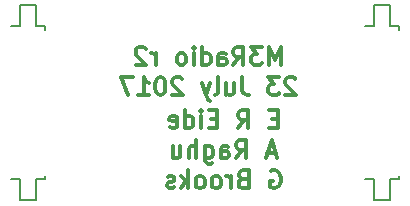
<source format=gbo>
G04 #@! TF.GenerationSoftware,KiCad,Pcbnew,no-vcs-found-d3b382c~59~ubuntu16.04.1*
G04 #@! TF.CreationDate,2017-07-25T02:02:09+01:00*
G04 #@! TF.ProjectId,m3radio,6D33726164696F2E6B696361645F7063,Rev 1*
G04 #@! TF.SameCoordinates,Original
G04 #@! TF.FileFunction,Legend,Bot*
G04 #@! TF.FilePolarity,Positive*
%FSLAX46Y46*%
G04 Gerber Fmt 4.6, Leading zero omitted, Abs format (unit mm)*
G04 Created by KiCad (PCBNEW no-vcs-found-d3b382c~59~ubuntu16.04.1) date Tue Jul 25 02:02:09 2017*
%MOMM*%
%LPD*%
G01*
G04 APERTURE LIST*
%ADD10C,0.300000*%
%ADD11C,0.150000*%
%ADD12R,2.220000X0.740000*%
%ADD13C,1.200000*%
G04 APERTURE END LIST*
D10*
X106407142Y-96803571D02*
X106407142Y-95303571D01*
X105907142Y-96375000D01*
X105407142Y-95303571D01*
X105407142Y-96803571D01*
X104835714Y-95303571D02*
X103907142Y-95303571D01*
X104407142Y-95875000D01*
X104192857Y-95875000D01*
X104050000Y-95946428D01*
X103978571Y-96017857D01*
X103907142Y-96160714D01*
X103907142Y-96517857D01*
X103978571Y-96660714D01*
X104050000Y-96732142D01*
X104192857Y-96803571D01*
X104621428Y-96803571D01*
X104764285Y-96732142D01*
X104835714Y-96660714D01*
X102407142Y-96803571D02*
X102907142Y-96089285D01*
X103264285Y-96803571D02*
X103264285Y-95303571D01*
X102692857Y-95303571D01*
X102550000Y-95375000D01*
X102478571Y-95446428D01*
X102407142Y-95589285D01*
X102407142Y-95803571D01*
X102478571Y-95946428D01*
X102550000Y-96017857D01*
X102692857Y-96089285D01*
X103264285Y-96089285D01*
X101121428Y-96803571D02*
X101121428Y-96017857D01*
X101192857Y-95875000D01*
X101335714Y-95803571D01*
X101621428Y-95803571D01*
X101764285Y-95875000D01*
X101121428Y-96732142D02*
X101264285Y-96803571D01*
X101621428Y-96803571D01*
X101764285Y-96732142D01*
X101835714Y-96589285D01*
X101835714Y-96446428D01*
X101764285Y-96303571D01*
X101621428Y-96232142D01*
X101264285Y-96232142D01*
X101121428Y-96160714D01*
X99764285Y-96803571D02*
X99764285Y-95303571D01*
X99764285Y-96732142D02*
X99907142Y-96803571D01*
X100192857Y-96803571D01*
X100335714Y-96732142D01*
X100407142Y-96660714D01*
X100478571Y-96517857D01*
X100478571Y-96089285D01*
X100407142Y-95946428D01*
X100335714Y-95875000D01*
X100192857Y-95803571D01*
X99907142Y-95803571D01*
X99764285Y-95875000D01*
X99050000Y-96803571D02*
X99050000Y-95803571D01*
X99050000Y-95303571D02*
X99121428Y-95375000D01*
X99050000Y-95446428D01*
X98978571Y-95375000D01*
X99050000Y-95303571D01*
X99050000Y-95446428D01*
X98121428Y-96803571D02*
X98264285Y-96732142D01*
X98335714Y-96660714D01*
X98407142Y-96517857D01*
X98407142Y-96089285D01*
X98335714Y-95946428D01*
X98264285Y-95875000D01*
X98121428Y-95803571D01*
X97907142Y-95803571D01*
X97764285Y-95875000D01*
X97692857Y-95946428D01*
X97621428Y-96089285D01*
X97621428Y-96517857D01*
X97692857Y-96660714D01*
X97764285Y-96732142D01*
X97907142Y-96803571D01*
X98121428Y-96803571D01*
X95835714Y-96803571D02*
X95835714Y-95803571D01*
X95835714Y-96089285D02*
X95764285Y-95946428D01*
X95692857Y-95875000D01*
X95550000Y-95803571D01*
X95407142Y-95803571D01*
X94978571Y-95446428D02*
X94907142Y-95375000D01*
X94764285Y-95303571D01*
X94407142Y-95303571D01*
X94264285Y-95375000D01*
X94192857Y-95446428D01*
X94121428Y-95589285D01*
X94121428Y-95732142D01*
X94192857Y-95946428D01*
X95050000Y-96803571D01*
X94121428Y-96803571D01*
X107657142Y-97996428D02*
X107585714Y-97925000D01*
X107442857Y-97853571D01*
X107085714Y-97853571D01*
X106942857Y-97925000D01*
X106871428Y-97996428D01*
X106800000Y-98139285D01*
X106800000Y-98282142D01*
X106871428Y-98496428D01*
X107728571Y-99353571D01*
X106800000Y-99353571D01*
X106300000Y-97853571D02*
X105371428Y-97853571D01*
X105871428Y-98425000D01*
X105657142Y-98425000D01*
X105514285Y-98496428D01*
X105442857Y-98567857D01*
X105371428Y-98710714D01*
X105371428Y-99067857D01*
X105442857Y-99210714D01*
X105514285Y-99282142D01*
X105657142Y-99353571D01*
X106085714Y-99353571D01*
X106228571Y-99282142D01*
X106300000Y-99210714D01*
X103157142Y-97853571D02*
X103157142Y-98925000D01*
X103228571Y-99139285D01*
X103371428Y-99282142D01*
X103585714Y-99353571D01*
X103728571Y-99353571D01*
X101800000Y-98353571D02*
X101800000Y-99353571D01*
X102442857Y-98353571D02*
X102442857Y-99139285D01*
X102371428Y-99282142D01*
X102228571Y-99353571D01*
X102014285Y-99353571D01*
X101871428Y-99282142D01*
X101800000Y-99210714D01*
X100871428Y-99353571D02*
X101014285Y-99282142D01*
X101085714Y-99139285D01*
X101085714Y-97853571D01*
X100442857Y-98353571D02*
X100085714Y-99353571D01*
X99728571Y-98353571D02*
X100085714Y-99353571D01*
X100228571Y-99710714D01*
X100300000Y-99782142D01*
X100442857Y-99853571D01*
X98085714Y-97996428D02*
X98014285Y-97925000D01*
X97871428Y-97853571D01*
X97514285Y-97853571D01*
X97371428Y-97925000D01*
X97300000Y-97996428D01*
X97228571Y-98139285D01*
X97228571Y-98282142D01*
X97300000Y-98496428D01*
X98157142Y-99353571D01*
X97228571Y-99353571D01*
X96300000Y-97853571D02*
X96157142Y-97853571D01*
X96014285Y-97925000D01*
X95942857Y-97996428D01*
X95871428Y-98139285D01*
X95800000Y-98425000D01*
X95800000Y-98782142D01*
X95871428Y-99067857D01*
X95942857Y-99210714D01*
X96014285Y-99282142D01*
X96157142Y-99353571D01*
X96300000Y-99353571D01*
X96442857Y-99282142D01*
X96514285Y-99210714D01*
X96585714Y-99067857D01*
X96657142Y-98782142D01*
X96657142Y-98425000D01*
X96585714Y-98139285D01*
X96514285Y-97996428D01*
X96442857Y-97925000D01*
X96300000Y-97853571D01*
X94371428Y-99353571D02*
X95228571Y-99353571D01*
X94800000Y-99353571D02*
X94800000Y-97853571D01*
X94942857Y-98067857D01*
X95085714Y-98210714D01*
X95228571Y-98282142D01*
X93871428Y-97853571D02*
X92871428Y-97853571D01*
X93514285Y-99353571D01*
X106171428Y-101342857D02*
X105671428Y-101342857D01*
X105457142Y-102128571D02*
X106171428Y-102128571D01*
X106171428Y-100628571D01*
X105457142Y-100628571D01*
X102814285Y-102128571D02*
X103314285Y-101414285D01*
X103671428Y-102128571D02*
X103671428Y-100628571D01*
X103100000Y-100628571D01*
X102957142Y-100700000D01*
X102885714Y-100771428D01*
X102814285Y-100914285D01*
X102814285Y-101128571D01*
X102885714Y-101271428D01*
X102957142Y-101342857D01*
X103100000Y-101414285D01*
X103671428Y-101414285D01*
X101028571Y-101342857D02*
X100528571Y-101342857D01*
X100314285Y-102128571D02*
X101028571Y-102128571D01*
X101028571Y-100628571D01*
X100314285Y-100628571D01*
X99671428Y-102128571D02*
X99671428Y-101128571D01*
X99671428Y-100628571D02*
X99742857Y-100700000D01*
X99671428Y-100771428D01*
X99600000Y-100700000D01*
X99671428Y-100628571D01*
X99671428Y-100771428D01*
X98314285Y-102128571D02*
X98314285Y-100628571D01*
X98314285Y-102057142D02*
X98457142Y-102128571D01*
X98742857Y-102128571D01*
X98885714Y-102057142D01*
X98957142Y-101985714D01*
X99028571Y-101842857D01*
X99028571Y-101414285D01*
X98957142Y-101271428D01*
X98885714Y-101200000D01*
X98742857Y-101128571D01*
X98457142Y-101128571D01*
X98314285Y-101200000D01*
X97028571Y-102057142D02*
X97171428Y-102128571D01*
X97457142Y-102128571D01*
X97600000Y-102057142D01*
X97671428Y-101914285D01*
X97671428Y-101342857D01*
X97600000Y-101200000D01*
X97457142Y-101128571D01*
X97171428Y-101128571D01*
X97028571Y-101200000D01*
X96957142Y-101342857D01*
X96957142Y-101485714D01*
X97671428Y-101628571D01*
X105992857Y-104250000D02*
X105278571Y-104250000D01*
X106135714Y-104678571D02*
X105635714Y-103178571D01*
X105135714Y-104678571D01*
X102635714Y-104678571D02*
X103135714Y-103964285D01*
X103492857Y-104678571D02*
X103492857Y-103178571D01*
X102921428Y-103178571D01*
X102778571Y-103250000D01*
X102707142Y-103321428D01*
X102635714Y-103464285D01*
X102635714Y-103678571D01*
X102707142Y-103821428D01*
X102778571Y-103892857D01*
X102921428Y-103964285D01*
X103492857Y-103964285D01*
X101350000Y-104678571D02*
X101350000Y-103892857D01*
X101421428Y-103750000D01*
X101564285Y-103678571D01*
X101850000Y-103678571D01*
X101992857Y-103750000D01*
X101350000Y-104607142D02*
X101492857Y-104678571D01*
X101850000Y-104678571D01*
X101992857Y-104607142D01*
X102064285Y-104464285D01*
X102064285Y-104321428D01*
X101992857Y-104178571D01*
X101850000Y-104107142D01*
X101492857Y-104107142D01*
X101350000Y-104035714D01*
X99992857Y-103678571D02*
X99992857Y-104892857D01*
X100064285Y-105035714D01*
X100135714Y-105107142D01*
X100278571Y-105178571D01*
X100492857Y-105178571D01*
X100635714Y-105107142D01*
X99992857Y-104607142D02*
X100135714Y-104678571D01*
X100421428Y-104678571D01*
X100564285Y-104607142D01*
X100635714Y-104535714D01*
X100707142Y-104392857D01*
X100707142Y-103964285D01*
X100635714Y-103821428D01*
X100564285Y-103750000D01*
X100421428Y-103678571D01*
X100135714Y-103678571D01*
X99992857Y-103750000D01*
X99278571Y-104678571D02*
X99278571Y-103178571D01*
X98635714Y-104678571D02*
X98635714Y-103892857D01*
X98707142Y-103750000D01*
X98850000Y-103678571D01*
X99064285Y-103678571D01*
X99207142Y-103750000D01*
X99278571Y-103821428D01*
X97278571Y-103678571D02*
X97278571Y-104678571D01*
X97921428Y-103678571D02*
X97921428Y-104464285D01*
X97850000Y-104607142D01*
X97707142Y-104678571D01*
X97492857Y-104678571D01*
X97350000Y-104607142D01*
X97278571Y-104535714D01*
X105564285Y-105800000D02*
X105707142Y-105728571D01*
X105921428Y-105728571D01*
X106135714Y-105800000D01*
X106278571Y-105942857D01*
X106350000Y-106085714D01*
X106421428Y-106371428D01*
X106421428Y-106585714D01*
X106350000Y-106871428D01*
X106278571Y-107014285D01*
X106135714Y-107157142D01*
X105921428Y-107228571D01*
X105778571Y-107228571D01*
X105564285Y-107157142D01*
X105492857Y-107085714D01*
X105492857Y-106585714D01*
X105778571Y-106585714D01*
X103207142Y-106442857D02*
X102992857Y-106514285D01*
X102921428Y-106585714D01*
X102850000Y-106728571D01*
X102850000Y-106942857D01*
X102921428Y-107085714D01*
X102992857Y-107157142D01*
X103135714Y-107228571D01*
X103707142Y-107228571D01*
X103707142Y-105728571D01*
X103207142Y-105728571D01*
X103064285Y-105800000D01*
X102992857Y-105871428D01*
X102921428Y-106014285D01*
X102921428Y-106157142D01*
X102992857Y-106300000D01*
X103064285Y-106371428D01*
X103207142Y-106442857D01*
X103707142Y-106442857D01*
X102207142Y-107228571D02*
X102207142Y-106228571D01*
X102207142Y-106514285D02*
X102135714Y-106371428D01*
X102064285Y-106300000D01*
X101921428Y-106228571D01*
X101778571Y-106228571D01*
X101064285Y-107228571D02*
X101207142Y-107157142D01*
X101278571Y-107085714D01*
X101350000Y-106942857D01*
X101350000Y-106514285D01*
X101278571Y-106371428D01*
X101207142Y-106300000D01*
X101064285Y-106228571D01*
X100850000Y-106228571D01*
X100707142Y-106300000D01*
X100635714Y-106371428D01*
X100564285Y-106514285D01*
X100564285Y-106942857D01*
X100635714Y-107085714D01*
X100707142Y-107157142D01*
X100850000Y-107228571D01*
X101064285Y-107228571D01*
X99707142Y-107228571D02*
X99850000Y-107157142D01*
X99921428Y-107085714D01*
X99992857Y-106942857D01*
X99992857Y-106514285D01*
X99921428Y-106371428D01*
X99850000Y-106300000D01*
X99707142Y-106228571D01*
X99492857Y-106228571D01*
X99350000Y-106300000D01*
X99278571Y-106371428D01*
X99207142Y-106514285D01*
X99207142Y-106942857D01*
X99278571Y-107085714D01*
X99350000Y-107157142D01*
X99492857Y-107228571D01*
X99707142Y-107228571D01*
X98564285Y-107228571D02*
X98564285Y-105728571D01*
X98421428Y-106657142D02*
X97992857Y-107228571D01*
X97992857Y-106228571D02*
X98564285Y-106800000D01*
X97421428Y-107157142D02*
X97278571Y-107228571D01*
X96992857Y-107228571D01*
X96850000Y-107157142D01*
X96778571Y-107014285D01*
X96778571Y-106942857D01*
X96850000Y-106800000D01*
X96992857Y-106728571D01*
X97207142Y-106728571D01*
X97350000Y-106657142D01*
X97421428Y-106514285D01*
X97421428Y-106442857D01*
X97350000Y-106300000D01*
X97207142Y-106228571D01*
X96992857Y-106228571D01*
X96850000Y-106300000D01*
D11*
X83550000Y-106465000D02*
X84315000Y-106465000D01*
X84315000Y-106465000D02*
X84315000Y-108245000D01*
X84315000Y-108245000D02*
X85685000Y-108245000D01*
X85685000Y-108245000D02*
X85685000Y-106465000D01*
X85685000Y-106465000D02*
X86450000Y-106465000D01*
X86450000Y-106465000D02*
X86450000Y-106165000D01*
X86450000Y-93835000D02*
X86450000Y-93535000D01*
X86450000Y-93535000D02*
X85685000Y-93535000D01*
X85685000Y-93535000D02*
X85685000Y-91755000D01*
X85685000Y-91755000D02*
X84315000Y-91755000D01*
X84315000Y-91755000D02*
X84315000Y-93535000D01*
X84315000Y-93535000D02*
X83550000Y-93535000D01*
X113550000Y-106465000D02*
X114315000Y-106465000D01*
X114315000Y-106465000D02*
X114315000Y-108245000D01*
X114315000Y-108245000D02*
X115685000Y-108245000D01*
X115685000Y-108245000D02*
X115685000Y-106465000D01*
X115685000Y-106465000D02*
X116450000Y-106465000D01*
X116450000Y-106465000D02*
X116450000Y-106165000D01*
X116450000Y-93835000D02*
X116450000Y-93535000D01*
X116450000Y-93535000D02*
X115685000Y-93535000D01*
X115685000Y-93535000D02*
X115685000Y-91755000D01*
X115685000Y-91755000D02*
X114315000Y-91755000D01*
X114315000Y-91755000D02*
X114315000Y-93535000D01*
X114315000Y-93535000D02*
X113550000Y-93535000D01*
%LPC*%
D12*
X83635000Y-94285000D03*
X86365000Y-94285000D03*
X83635000Y-95555000D03*
X86365000Y-95555000D03*
X83635000Y-96825000D03*
X86365000Y-96825000D03*
X83635000Y-98095000D03*
X86365000Y-98095000D03*
X83635000Y-99365000D03*
X86365000Y-99365000D03*
X83635000Y-100635000D03*
X86365000Y-100635000D03*
X83635000Y-101905000D03*
X86365000Y-101905000D03*
X83635000Y-103175000D03*
X86365000Y-103175000D03*
X83635000Y-104445000D03*
X86365000Y-104445000D03*
X83635000Y-105715000D03*
X86365000Y-105715000D03*
D13*
X85000000Y-107305000D03*
X85000000Y-92695000D03*
D12*
X113635000Y-94285000D03*
X116365000Y-94285000D03*
X113635000Y-95555000D03*
X116365000Y-95555000D03*
X113635000Y-96825000D03*
X116365000Y-96825000D03*
X113635000Y-98095000D03*
X116365000Y-98095000D03*
X113635000Y-99365000D03*
X116365000Y-99365000D03*
X113635000Y-100635000D03*
X116365000Y-100635000D03*
X113635000Y-101905000D03*
X116365000Y-101905000D03*
X113635000Y-103175000D03*
X116365000Y-103175000D03*
X113635000Y-104445000D03*
X116365000Y-104445000D03*
X113635000Y-105715000D03*
X116365000Y-105715000D03*
D13*
X115000000Y-107305000D03*
X115000000Y-92695000D03*
M02*

</source>
